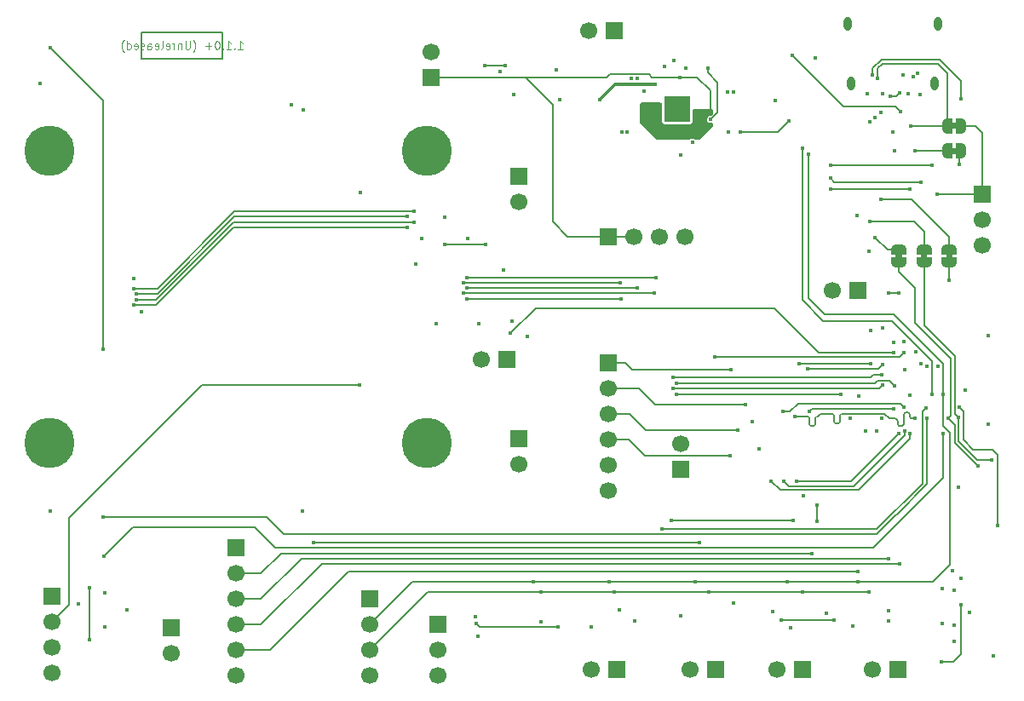
<source format=gbr>
%TF.GenerationSoftware,KiCad,Pcbnew,9.0.6+1*%
%TF.CreationDate,2025-12-18T09:31:28+00:00*%
%TF.ProjectId,ZSWatch-Watch-DevKit,5a535761-7463-4682-9d57-617463682d44,1.1.0+ (Unreleased)*%
%TF.SameCoordinates,Original*%
%TF.FileFunction,Copper,L4,Bot*%
%TF.FilePolarity,Positive*%
%FSLAX46Y46*%
G04 Gerber Fmt 4.6, Leading zero omitted, Abs format (unit mm)*
G04 Created by KiCad (PCBNEW 9.0.6+1) date 2025-12-18 09:31:28*
%MOMM*%
%LPD*%
G01*
G04 APERTURE LIST*
G04 Aperture macros list*
%AMFreePoly0*
4,1,23,0.500000,-0.750000,0.000000,-0.750000,0.000000,-0.745722,-0.065263,-0.745722,-0.191342,-0.711940,-0.304381,-0.646677,-0.396677,-0.554381,-0.461940,-0.441342,-0.495722,-0.315263,-0.495722,-0.250000,-0.500000,-0.250000,-0.500000,0.250000,-0.495722,0.250000,-0.495722,0.315263,-0.461940,0.441342,-0.396677,0.554381,-0.304381,0.646677,-0.191342,0.711940,-0.065263,0.745722,0.000000,0.745722,
0.000000,0.750000,0.500000,0.750000,0.500000,-0.750000,0.500000,-0.750000,$1*%
%AMFreePoly1*
4,1,23,0.000000,0.745722,0.065263,0.745722,0.191342,0.711940,0.304381,0.646677,0.396677,0.554381,0.461940,0.441342,0.495722,0.315263,0.495722,0.250000,0.500000,0.250000,0.500000,-0.250000,0.495722,-0.250000,0.495722,-0.315263,0.461940,-0.441342,0.396677,-0.554381,0.304381,-0.646677,0.191342,-0.711940,0.065263,-0.745722,0.000000,-0.745722,0.000000,-0.750000,-0.500000,-0.750000,
-0.500000,0.750000,0.000000,0.750000,0.000000,0.745722,0.000000,0.745722,$1*%
G04 Aperture macros list end*
%TA.AperFunction,NonConductor*%
%ADD10C,0.200000*%
%TD*%
%ADD11C,0.120000*%
%TA.AperFunction,NonConductor*%
%ADD12C,0.120000*%
%TD*%
%TA.AperFunction,EtchedComponent*%
%ADD13C,0.000000*%
%TD*%
%TA.AperFunction,ComponentPad*%
%ADD14R,1.700000X1.700000*%
%TD*%
%TA.AperFunction,ComponentPad*%
%ADD15C,1.700000*%
%TD*%
%TA.AperFunction,ComponentPad*%
%ADD16C,0.500000*%
%TD*%
%TA.AperFunction,SMDPad,CuDef*%
%ADD17R,2.500000X2.500000*%
%TD*%
%TA.AperFunction,ComponentPad*%
%ADD18C,2.900000*%
%TD*%
%TA.AperFunction,ConnectorPad*%
%ADD19C,5.000000*%
%TD*%
%TA.AperFunction,HeatsinkPad*%
%ADD20O,0.800000X1.400000*%
%TD*%
%TA.AperFunction,SMDPad,CuDef*%
%ADD21FreePoly0,0.000000*%
%TD*%
%TA.AperFunction,SMDPad,CuDef*%
%ADD22FreePoly1,0.000000*%
%TD*%
%TA.AperFunction,SMDPad,CuDef*%
%ADD23FreePoly0,270.000000*%
%TD*%
%TA.AperFunction,SMDPad,CuDef*%
%ADD24FreePoly1,270.000000*%
%TD*%
%TA.AperFunction,ViaPad*%
%ADD25C,0.450000*%
%TD*%
%TA.AperFunction,Conductor*%
%ADD26C,0.200000*%
%TD*%
%TA.AperFunction,Conductor*%
%ADD27C,0.170000*%
%TD*%
%TA.AperFunction,Conductor*%
%ADD28C,0.127000*%
%TD*%
%TA.AperFunction,Conductor*%
%ADD29C,0.300000*%
%TD*%
G04 APERTURE END LIST*
D10*
X172100000Y-116200000D02*
X180200000Y-116200000D01*
X180200000Y-118800000D01*
X172100000Y-118800000D01*
X172100000Y-116200000D01*
D11*
D12*
X181711904Y-117863855D02*
X182169047Y-117863855D01*
X181940475Y-117863855D02*
X181940475Y-117063855D01*
X181940475Y-117063855D02*
X182016666Y-117178140D01*
X182016666Y-117178140D02*
X182092856Y-117254331D01*
X182092856Y-117254331D02*
X182169047Y-117292426D01*
X181369046Y-117787664D02*
X181330951Y-117825760D01*
X181330951Y-117825760D02*
X181369046Y-117863855D01*
X181369046Y-117863855D02*
X181407142Y-117825760D01*
X181407142Y-117825760D02*
X181369046Y-117787664D01*
X181369046Y-117787664D02*
X181369046Y-117863855D01*
X180569047Y-117863855D02*
X181026190Y-117863855D01*
X180797618Y-117863855D02*
X180797618Y-117063855D01*
X180797618Y-117063855D02*
X180873809Y-117178140D01*
X180873809Y-117178140D02*
X180949999Y-117254331D01*
X180949999Y-117254331D02*
X181026190Y-117292426D01*
X180226189Y-117787664D02*
X180188094Y-117825760D01*
X180188094Y-117825760D02*
X180226189Y-117863855D01*
X180226189Y-117863855D02*
X180264285Y-117825760D01*
X180264285Y-117825760D02*
X180226189Y-117787664D01*
X180226189Y-117787664D02*
X180226189Y-117863855D01*
X179692856Y-117063855D02*
X179616666Y-117063855D01*
X179616666Y-117063855D02*
X179540475Y-117101950D01*
X179540475Y-117101950D02*
X179502380Y-117140045D01*
X179502380Y-117140045D02*
X179464285Y-117216236D01*
X179464285Y-117216236D02*
X179426190Y-117368617D01*
X179426190Y-117368617D02*
X179426190Y-117559093D01*
X179426190Y-117559093D02*
X179464285Y-117711474D01*
X179464285Y-117711474D02*
X179502380Y-117787664D01*
X179502380Y-117787664D02*
X179540475Y-117825760D01*
X179540475Y-117825760D02*
X179616666Y-117863855D01*
X179616666Y-117863855D02*
X179692856Y-117863855D01*
X179692856Y-117863855D02*
X179769047Y-117825760D01*
X179769047Y-117825760D02*
X179807142Y-117787664D01*
X179807142Y-117787664D02*
X179845237Y-117711474D01*
X179845237Y-117711474D02*
X179883333Y-117559093D01*
X179883333Y-117559093D02*
X179883333Y-117368617D01*
X179883333Y-117368617D02*
X179845237Y-117216236D01*
X179845237Y-117216236D02*
X179807142Y-117140045D01*
X179807142Y-117140045D02*
X179769047Y-117101950D01*
X179769047Y-117101950D02*
X179692856Y-117063855D01*
X179083332Y-117559093D02*
X178473809Y-117559093D01*
X178778570Y-117863855D02*
X178778570Y-117254331D01*
X177254761Y-118168617D02*
X177292856Y-118130521D01*
X177292856Y-118130521D02*
X177369047Y-118016236D01*
X177369047Y-118016236D02*
X177407142Y-117940045D01*
X177407142Y-117940045D02*
X177445237Y-117825760D01*
X177445237Y-117825760D02*
X177483332Y-117635283D01*
X177483332Y-117635283D02*
X177483332Y-117482902D01*
X177483332Y-117482902D02*
X177445237Y-117292426D01*
X177445237Y-117292426D02*
X177407142Y-117178140D01*
X177407142Y-117178140D02*
X177369047Y-117101950D01*
X177369047Y-117101950D02*
X177292856Y-116987664D01*
X177292856Y-116987664D02*
X177254761Y-116949569D01*
X176949999Y-117063855D02*
X176949999Y-117711474D01*
X176949999Y-117711474D02*
X176911904Y-117787664D01*
X176911904Y-117787664D02*
X176873809Y-117825760D01*
X176873809Y-117825760D02*
X176797618Y-117863855D01*
X176797618Y-117863855D02*
X176645237Y-117863855D01*
X176645237Y-117863855D02*
X176569047Y-117825760D01*
X176569047Y-117825760D02*
X176530952Y-117787664D01*
X176530952Y-117787664D02*
X176492856Y-117711474D01*
X176492856Y-117711474D02*
X176492856Y-117063855D01*
X176111904Y-117330521D02*
X176111904Y-117863855D01*
X176111904Y-117406712D02*
X176073809Y-117368617D01*
X176073809Y-117368617D02*
X175997619Y-117330521D01*
X175997619Y-117330521D02*
X175883333Y-117330521D01*
X175883333Y-117330521D02*
X175807142Y-117368617D01*
X175807142Y-117368617D02*
X175769047Y-117444807D01*
X175769047Y-117444807D02*
X175769047Y-117863855D01*
X175388094Y-117863855D02*
X175388094Y-117330521D01*
X175388094Y-117482902D02*
X175349999Y-117406712D01*
X175349999Y-117406712D02*
X175311904Y-117368617D01*
X175311904Y-117368617D02*
X175235713Y-117330521D01*
X175235713Y-117330521D02*
X175159523Y-117330521D01*
X174588094Y-117825760D02*
X174664285Y-117863855D01*
X174664285Y-117863855D02*
X174816666Y-117863855D01*
X174816666Y-117863855D02*
X174892856Y-117825760D01*
X174892856Y-117825760D02*
X174930952Y-117749569D01*
X174930952Y-117749569D02*
X174930952Y-117444807D01*
X174930952Y-117444807D02*
X174892856Y-117368617D01*
X174892856Y-117368617D02*
X174816666Y-117330521D01*
X174816666Y-117330521D02*
X174664285Y-117330521D01*
X174664285Y-117330521D02*
X174588094Y-117368617D01*
X174588094Y-117368617D02*
X174549999Y-117444807D01*
X174549999Y-117444807D02*
X174549999Y-117520998D01*
X174549999Y-117520998D02*
X174930952Y-117597188D01*
X174092857Y-117863855D02*
X174169047Y-117825760D01*
X174169047Y-117825760D02*
X174207142Y-117749569D01*
X174207142Y-117749569D02*
X174207142Y-117063855D01*
X173483332Y-117825760D02*
X173559523Y-117863855D01*
X173559523Y-117863855D02*
X173711904Y-117863855D01*
X173711904Y-117863855D02*
X173788094Y-117825760D01*
X173788094Y-117825760D02*
X173826190Y-117749569D01*
X173826190Y-117749569D02*
X173826190Y-117444807D01*
X173826190Y-117444807D02*
X173788094Y-117368617D01*
X173788094Y-117368617D02*
X173711904Y-117330521D01*
X173711904Y-117330521D02*
X173559523Y-117330521D01*
X173559523Y-117330521D02*
X173483332Y-117368617D01*
X173483332Y-117368617D02*
X173445237Y-117444807D01*
X173445237Y-117444807D02*
X173445237Y-117520998D01*
X173445237Y-117520998D02*
X173826190Y-117597188D01*
X172759523Y-117863855D02*
X172759523Y-117444807D01*
X172759523Y-117444807D02*
X172797618Y-117368617D01*
X172797618Y-117368617D02*
X172873809Y-117330521D01*
X172873809Y-117330521D02*
X173026190Y-117330521D01*
X173026190Y-117330521D02*
X173102380Y-117368617D01*
X172759523Y-117825760D02*
X172835714Y-117863855D01*
X172835714Y-117863855D02*
X173026190Y-117863855D01*
X173026190Y-117863855D02*
X173102380Y-117825760D01*
X173102380Y-117825760D02*
X173140476Y-117749569D01*
X173140476Y-117749569D02*
X173140476Y-117673379D01*
X173140476Y-117673379D02*
X173102380Y-117597188D01*
X173102380Y-117597188D02*
X173026190Y-117559093D01*
X173026190Y-117559093D02*
X172835714Y-117559093D01*
X172835714Y-117559093D02*
X172759523Y-117520998D01*
X172416666Y-117825760D02*
X172340475Y-117863855D01*
X172340475Y-117863855D02*
X172188094Y-117863855D01*
X172188094Y-117863855D02*
X172111904Y-117825760D01*
X172111904Y-117825760D02*
X172073808Y-117749569D01*
X172073808Y-117749569D02*
X172073808Y-117711474D01*
X172073808Y-117711474D02*
X172111904Y-117635283D01*
X172111904Y-117635283D02*
X172188094Y-117597188D01*
X172188094Y-117597188D02*
X172302380Y-117597188D01*
X172302380Y-117597188D02*
X172378570Y-117559093D01*
X172378570Y-117559093D02*
X172416666Y-117482902D01*
X172416666Y-117482902D02*
X172416666Y-117444807D01*
X172416666Y-117444807D02*
X172378570Y-117368617D01*
X172378570Y-117368617D02*
X172302380Y-117330521D01*
X172302380Y-117330521D02*
X172188094Y-117330521D01*
X172188094Y-117330521D02*
X172111904Y-117368617D01*
X171426189Y-117825760D02*
X171502380Y-117863855D01*
X171502380Y-117863855D02*
X171654761Y-117863855D01*
X171654761Y-117863855D02*
X171730951Y-117825760D01*
X171730951Y-117825760D02*
X171769047Y-117749569D01*
X171769047Y-117749569D02*
X171769047Y-117444807D01*
X171769047Y-117444807D02*
X171730951Y-117368617D01*
X171730951Y-117368617D02*
X171654761Y-117330521D01*
X171654761Y-117330521D02*
X171502380Y-117330521D01*
X171502380Y-117330521D02*
X171426189Y-117368617D01*
X171426189Y-117368617D02*
X171388094Y-117444807D01*
X171388094Y-117444807D02*
X171388094Y-117520998D01*
X171388094Y-117520998D02*
X171769047Y-117597188D01*
X170702380Y-117863855D02*
X170702380Y-117063855D01*
X170702380Y-117825760D02*
X170778571Y-117863855D01*
X170778571Y-117863855D02*
X170930952Y-117863855D01*
X170930952Y-117863855D02*
X171007142Y-117825760D01*
X171007142Y-117825760D02*
X171045237Y-117787664D01*
X171045237Y-117787664D02*
X171083333Y-117711474D01*
X171083333Y-117711474D02*
X171083333Y-117482902D01*
X171083333Y-117482902D02*
X171045237Y-117406712D01*
X171045237Y-117406712D02*
X171007142Y-117368617D01*
X171007142Y-117368617D02*
X170930952Y-117330521D01*
X170930952Y-117330521D02*
X170778571Y-117330521D01*
X170778571Y-117330521D02*
X170702380Y-117368617D01*
X170397618Y-118168617D02*
X170359523Y-118130521D01*
X170359523Y-118130521D02*
X170283332Y-118016236D01*
X170283332Y-118016236D02*
X170245237Y-117940045D01*
X170245237Y-117940045D02*
X170207142Y-117825760D01*
X170207142Y-117825760D02*
X170169046Y-117635283D01*
X170169046Y-117635283D02*
X170169046Y-117482902D01*
X170169046Y-117482902D02*
X170207142Y-117292426D01*
X170207142Y-117292426D02*
X170245237Y-117178140D01*
X170245237Y-117178140D02*
X170283332Y-117101950D01*
X170283332Y-117101950D02*
X170359523Y-116987664D01*
X170359523Y-116987664D02*
X170397618Y-116949569D01*
D13*
%TA.AperFunction,EtchedComponent*%
%TO.C,JP605*%
G36*
X253150000Y-128300000D02*
G01*
X252650000Y-128300000D01*
X252650000Y-127700000D01*
X253150000Y-127700000D01*
X253150000Y-128300000D01*
G37*
%TD.AperFunction*%
%TA.AperFunction,EtchedComponent*%
%TO.C,JP602*%
G36*
X250200000Y-138700000D02*
G01*
X249600000Y-138700000D01*
X249600000Y-138200000D01*
X250200000Y-138200000D01*
X250200000Y-138700000D01*
G37*
%TD.AperFunction*%
%TA.AperFunction,EtchedComponent*%
%TO.C,JP604*%
G36*
X253150000Y-125800000D02*
G01*
X252650000Y-125800000D01*
X252650000Y-125200000D01*
X253150000Y-125200000D01*
X253150000Y-125800000D01*
G37*
%TD.AperFunction*%
%TA.AperFunction,EtchedComponent*%
%TO.C,JP603*%
G36*
X252700000Y-138700000D02*
G01*
X252100000Y-138700000D01*
X252100000Y-138200000D01*
X252700000Y-138200000D01*
X252700000Y-138700000D01*
G37*
%TD.AperFunction*%
%TA.AperFunction,EtchedComponent*%
%TO.C,JP601*%
G36*
X247700000Y-138700000D02*
G01*
X247100000Y-138700000D01*
X247100000Y-138200000D01*
X247700000Y-138200000D01*
X247700000Y-138700000D01*
G37*
%TD.AperFunction*%
%TD*%
D14*
%TO.P,X508,1,Pin_1*%
%TO.N,/Project Architecture/Power Management/VSYS*%
X200900000Y-120700000D03*
D15*
%TO.P,X508,2,Pin_2*%
%TO.N,Net-(IC505-VDD)*%
X200900000Y-118160000D03*
%TD*%
D16*
%TO.P,IC401,33,GND*%
%TO.N,GND*%
X224387790Y-122830400D03*
X224387790Y-123830400D03*
X224387790Y-124830400D03*
X225387790Y-122830400D03*
X225387790Y-123830400D03*
D17*
X225387790Y-123830400D03*
D16*
X225387790Y-124830400D03*
X226387790Y-122830400D03*
X226387790Y-123830400D03*
X226387790Y-124830400D03*
%TD*%
D14*
%TO.P,X503,1,Pin_1*%
%TO.N,/Project Architecture/Peripherals/VMIC*%
X175100000Y-175400000D03*
D15*
%TO.P,X503,2,Pin_2*%
%TO.N,Net-(MK501-VDD)*%
X175100000Y-177940000D03*
%TD*%
D18*
%TO.P,REF\u002A\u002A,1*%
%TO.N,N/C*%
X200500000Y-157000000D03*
D19*
X200500000Y-157000000D03*
%TD*%
D14*
%TO.P,X610,1,Pin_1*%
%TO.N,+3V0*%
X209600000Y-156600000D03*
D15*
%TO.P,X610,2,Pin_2*%
%TO.N,Net-(X608-LEDA1)*%
X209600000Y-159140000D03*
%TD*%
D14*
%TO.P,X403,1,Pin_1*%
%TO.N,+1V8*%
X163200000Y-172220000D03*
D15*
%TO.P,X403,2,Pin_2*%
%TO.N,+3V0*%
X163200000Y-174760000D03*
%TO.P,X403,3,Pin_3*%
%TO.N,/Project Architecture/Power Management/VSYS*%
X163200000Y-177300000D03*
%TO.P,X403,4,Pin_4*%
%TO.N,GND*%
X163200000Y-179840000D03*
%TD*%
D14*
%TO.P,X504,1,Pin_1*%
%TO.N,+1V8*%
X194800000Y-172490000D03*
D15*
%TO.P,X504,2,Pin_2*%
%TO.N,/Project Architecture/MCU/SDA*%
X194800000Y-175030000D03*
%TO.P,X504,3,Pin_3*%
%TO.N,/Project Architecture/MCU/SCL*%
X194800000Y-177570000D03*
%TO.P,X504,4,Pin_4*%
%TO.N,GND*%
X194800000Y-180110000D03*
%TD*%
D14*
%TO.P,X606,1,Pin_1*%
%TO.N,+1V8*%
X225700000Y-159640000D03*
D15*
%TO.P,X606,2,Pin_2*%
%TO.N,Net-(IC603-VCC)*%
X225700000Y-157100000D03*
%TD*%
D14*
%TO.P,X401,1,Pin_1*%
%TO.N,/Project Architecture/Peripherals/VBAT*%
X219100000Y-116000000D03*
D15*
%TO.P,X401,2,Pin_2*%
%TO.N,GND*%
X216560000Y-116000000D03*
%TD*%
D14*
%TO.P,X501,1,Pin_1*%
%TO.N,+1V8*%
X229200000Y-179500000D03*
D15*
%TO.P,X501,2,Pin_2*%
%TO.N,Net-(IC501-VDD)*%
X226660000Y-179500000D03*
%TD*%
D14*
%TO.P,X502,1,Pin_1*%
%TO.N,+1V8*%
X181500000Y-167460000D03*
D15*
%TO.P,X502,2,Pin_2*%
%TO.N,/Project Architecture/MCU/MCLK*%
X181500000Y-170000000D03*
%TO.P,X502,3,Pin_3*%
%TO.N,/Project Architecture/MCU/WS*%
X181500000Y-172540000D03*
%TO.P,X502,4,Pin_4*%
%TO.N,/Project Architecture/MCU/Data*%
X181500000Y-175080000D03*
%TO.P,X502,5,Pin_5*%
%TO.N,/Project Architecture/MCU/GPIO*%
X181500000Y-177620000D03*
%TO.P,X502,6,Pin_6*%
%TO.N,GND*%
X181500000Y-180160000D03*
%TD*%
D14*
%TO.P,X506,1,Pin_1*%
%TO.N,+1V8*%
X237840000Y-179500000D03*
D15*
%TO.P,X506,2,Pin_2*%
%TO.N,Net-(IC503-VDD)*%
X235300000Y-179500000D03*
%TD*%
D14*
%TO.P,X607,1,Pin_1*%
%TO.N,+1V8*%
X209600000Y-130525000D03*
D15*
%TO.P,X607,2,Pin_2*%
%TO.N,Net-(X607-Pin_2)*%
X209600000Y-133065000D03*
%TD*%
D14*
%TO.P,X505,1,Pin_1*%
%TO.N,+1V8*%
X219340000Y-179500000D03*
D15*
%TO.P,X505,2,Pin_2*%
%TO.N,Net-(IC502-VDD)*%
X216800000Y-179500000D03*
%TD*%
D14*
%TO.P,X604,1,Pin_1*%
%TO.N,TxD*%
X255700000Y-132270000D03*
D15*
%TO.P,X604,2,Pin_2*%
%TO.N,RxD*%
X255700000Y-134810000D03*
%TO.P,X604,3,Pin_3*%
%TO.N,GND*%
X255700000Y-137350000D03*
%TD*%
D14*
%TO.P,X507,1,Pin_1*%
%TO.N,+1V8*%
X247300000Y-179500000D03*
D15*
%TO.P,X507,2,Pin_2*%
%TO.N,Net-(IC504-VDD)*%
X244760000Y-179500000D03*
%TD*%
D20*
%TO.P,X603,S1,SHIELD*%
%TO.N,GND*%
X251290000Y-115360000D03*
X250930000Y-121310000D03*
X242670000Y-121310000D03*
X242310000Y-115360000D03*
%TD*%
D14*
%TO.P,X609,1,Pin_1*%
%TO.N,+3V0*%
X208475000Y-148700000D03*
D15*
%TO.P,X609,2,Pin_2*%
%TO.N,Net-(X608-CTP-VDD)*%
X205935000Y-148700000D03*
%TD*%
D14*
%TO.P,X404,1,Pin_1*%
%TO.N,/Project Architecture/Power Management/VSYS*%
X218500000Y-136500000D03*
D15*
%TO.P,X404,2,Pin_2*%
X221040000Y-136500000D03*
%TO.P,X404,3,Pin_3*%
%TO.N,GND*%
X223580000Y-136500000D03*
%TO.P,X404,4,Pin_4*%
X226120000Y-136500000D03*
%TD*%
D18*
%TO.P,REF\u002A\u002A,1*%
%TO.N,N/C*%
X163000000Y-157000000D03*
D19*
X163000000Y-157000000D03*
%TD*%
D18*
%TO.P,REF\u002A\u002A,1*%
%TO.N,N/C*%
X200500000Y-128000000D03*
D19*
X200500000Y-128000000D03*
%TD*%
D14*
%TO.P,X510,1,Pin_1*%
%TO.N,/Project Architecture/Peripherals/VBAT*%
X201600000Y-175020000D03*
D15*
%TO.P,X510,2,Pin_2*%
%TO.N,Net-(IC507-V_{DD})*%
X201600000Y-177560000D03*
%TO.P,X510,3,Pin_3*%
%TO.N,/Project Architecture/Power Management/VSYS*%
X201600000Y-180100000D03*
%TD*%
D14*
%TO.P,X605,1,Pin_1*%
%TO.N,Net-(M601B-P0.22)*%
X218500000Y-149050000D03*
D15*
%TO.P,X605,2,Pin_2*%
%TO.N,Net-(M601B-P0.05{slash}AIN1)*%
X218500000Y-151590000D03*
%TO.P,X605,3,Pin_3*%
%TO.N,Net-(M601B-P0.04{slash}AIN0)*%
X218500000Y-154130000D03*
%TO.P,X605,4,Pin_4*%
%TO.N,Net-(M601C-P1.14)*%
X218500000Y-156670000D03*
%TO.P,X605,5,Pin_5*%
%TO.N,GND*%
X218500000Y-159210000D03*
%TO.P,X605,6,Pin_6*%
%TO.N,+1V8*%
X218500000Y-161750000D03*
%TD*%
D18*
%TO.P,REF\u002A\u002A,1*%
%TO.N,N/C*%
X163000000Y-128000000D03*
D19*
X163000000Y-128000000D03*
%TD*%
D14*
%TO.P,X602,1,Pin_1*%
%TO.N,+1V8*%
X243300000Y-141900000D03*
D15*
%TO.P,X602,2,Pin_2*%
%TO.N,Net-(M601A-VDDH)*%
X240760000Y-141900000D03*
%TD*%
D21*
%TO.P,JP605,1,A*%
%TO.N,Net-(JP605-A)*%
X252250000Y-128000000D03*
D22*
%TO.P,JP605,2,B*%
%TO.N,RxD*%
X253550000Y-128000000D03*
%TD*%
D23*
%TO.P,JP602,1,A*%
%TO.N,Net-(JP602-A)*%
X249900000Y-137800000D03*
D24*
%TO.P,JP602,2,B*%
%TO.N,SWDCLK*%
X249900000Y-139100000D03*
%TD*%
D21*
%TO.P,JP604,1,A*%
%TO.N,Net-(JP604-A)*%
X252250000Y-125500000D03*
D22*
%TO.P,JP604,2,B*%
%TO.N,TxD*%
X253550000Y-125500000D03*
%TD*%
D23*
%TO.P,JP603,1,A*%
%TO.N,Net-(JP603-A)*%
X252400000Y-137800000D03*
D24*
%TO.P,JP603,2,B*%
%TO.N,RESETn*%
X252400000Y-139100000D03*
%TD*%
D23*
%TO.P,JP601,1,A*%
%TO.N,Net-(JP601-A)*%
X247400000Y-137800000D03*
D24*
%TO.P,JP601,2,B*%
%TO.N,SWDIO*%
X247400000Y-139100000D03*
%TD*%
D25*
%TO.N,GND*%
X224100000Y-119600000D03*
X202295000Y-134600000D03*
X219600000Y-173600000D03*
X225700000Y-128380000D03*
X168485000Y-175300000D03*
X165900000Y-173020000D03*
X252900000Y-171625000D03*
X168485000Y-171900000D03*
X230390620Y-122145000D03*
X170700000Y-173575000D03*
X232800000Y-154880000D03*
X205600000Y-176220000D03*
X242800000Y-175200000D03*
X163100000Y-163750000D03*
X236620000Y-175400000D03*
X171347500Y-140700000D03*
X252900000Y-176775000D03*
X211800000Y-174774531D03*
X244600000Y-145825000D03*
X240200000Y-173975000D03*
X248000000Y-149700000D03*
X222063600Y-122063400D03*
X244100000Y-155800000D03*
X220387200Y-126138400D03*
X254000003Y-151800000D03*
X249550000Y-122400000D03*
X243275000Y-134400000D03*
X251700000Y-171500000D03*
X246400000Y-173700000D03*
X246800000Y-126100000D03*
X207800000Y-120120000D03*
X172147500Y-144000000D03*
X210500000Y-146400000D03*
X220793600Y-120819400D03*
X231000000Y-172900000D03*
X230990620Y-122145000D03*
X162025000Y-121325000D03*
X253300000Y-161390000D03*
X244300000Y-122300000D03*
X230479410Y-126138400D03*
X209100000Y-122350000D03*
X188100000Y-163750000D03*
X205700000Y-145137500D03*
X221180000Y-174680000D03*
X234845000Y-173755000D03*
X226200000Y-119800000D03*
X246400000Y-174700000D03*
X219879410Y-126138400D03*
X199987500Y-136700000D03*
X221428600Y-120819400D03*
X204587500Y-136700000D03*
X208980000Y-144900000D03*
X256300000Y-146350003D03*
X216832500Y-175332500D03*
X256300000Y-155150003D03*
X205355000Y-174265000D03*
X201400000Y-145137500D03*
X252900000Y-175125000D03*
X256800000Y-178200000D03*
X237900000Y-162250000D03*
X225700000Y-174200000D03*
X233500000Y-157650000D03*
X251690000Y-175000000D03*
X187025000Y-123400000D03*
%TO.N,/Project Architecture/Peripherals/VBAT*%
X228400000Y-119800000D03*
X228677316Y-124869129D03*
%TO.N,DISPLAY-BLK*%
X208812500Y-146087500D03*
X246881356Y-148023305D03*
%TO.N,QSPI-CS*%
X248500002Y-156100000D03*
X234700000Y-160800000D03*
%TO.N,QSPI-IO1*%
X247974002Y-155800000D03*
X236000000Y-160800000D03*
%TO.N,QSPI-IO2*%
X247400000Y-156100000D03*
X237200000Y-160800000D03*
%TO.N,QSPI-IO0*%
X238500000Y-153900000D03*
X246913051Y-153593475D03*
%TO.N,QSPI-CLK*%
X249044952Y-154600003D03*
X237081000Y-154351000D03*
%TO.N,QSPI-IO3*%
X247944949Y-153499999D03*
X235860000Y-153900000D03*
%TO.N,TOUCH-INT*%
X225000000Y-151600000D03*
X245750000Y-151294951D03*
%TO.N,TOUCH-SCL*%
X225300000Y-151100000D03*
X247000000Y-151325003D03*
%TO.N,TOUCH-SDA*%
X245744949Y-150200001D03*
X225000000Y-150500000D03*
%TO.N,TOUCH-RST*%
X229100000Y-148500000D03*
X247944951Y-148000000D03*
%TO.N,TOUCH-EN*%
X202295000Y-137300000D03*
X241600000Y-152200000D03*
X225300000Y-152200000D03*
X206300000Y-137300000D03*
%TO.N,RESETn*%
X244400000Y-137950000D03*
X253418644Y-153476695D03*
X252400000Y-140850000D03*
X257200000Y-165200000D03*
%TO.N,DISPLAY-CS*%
X204100000Y-141100000D03*
X219700000Y-141100000D03*
X243400000Y-152400000D03*
%TO.N,DISPLAY-CLK*%
X221400000Y-141600000D03*
X245200000Y-155800000D03*
X204500000Y-141600000D03*
%TO.N,+3V0*%
X224800000Y-164700000D03*
X208100000Y-139800000D03*
X236900000Y-164700000D03*
X199362500Y-139200000D03*
X254400000Y-173900000D03*
X213400000Y-119900000D03*
X193800000Y-151300000D03*
X213700000Y-122900000D03*
%TO.N,/Project Architecture/Power Management/VSYS*%
X228679410Y-124076400D03*
X225637790Y-120662210D03*
X222079410Y-123580400D03*
X231646620Y-126100000D03*
X236500000Y-125000000D03*
X252769644Y-169700000D03*
%TO.N,DISPLAY-DC*%
X219800000Y-142700000D03*
X242600000Y-154600000D03*
X204500000Y-142700000D03*
%TO.N,DISPLAY-RST*%
X223300000Y-140600000D03*
X204500000Y-140600000D03*
%TO.N,DISPLAY-DATA*%
X204100000Y-142100000D03*
X245744950Y-154600001D03*
X223100000Y-142100000D03*
%TO.N,/Project Architecture/MCU/PMIC-INT*%
X250700000Y-129400000D03*
X240600000Y-129400000D03*
%TO.N,/Project Architecture/MCU/USB-CC1*%
X236800000Y-118500000D03*
X247548187Y-124100000D03*
%TO.N,/Project Architecture/MCU/SW2*%
X227600000Y-166900000D03*
X189200000Y-166900000D03*
X226900000Y-127100000D03*
%TO.N,/Project Architecture/MCU/SDA*%
X236312500Y-170800000D03*
X251800000Y-152200000D03*
X243300000Y-170800000D03*
X227200000Y-170800000D03*
X238400000Y-128300000D03*
X218600000Y-170800000D03*
X211075000Y-170800000D03*
%TO.N,/Project Architecture/MCU/SCL*%
X244400000Y-171800000D03*
X211800000Y-171800000D03*
X237812500Y-171800000D03*
X250700000Y-152200000D03*
X228500000Y-171800000D03*
X219100000Y-171800000D03*
X237800000Y-127700000D03*
%TO.N,/Project Architecture/MCU/~{RTC-INT}*%
X205420000Y-175000000D03*
X213500000Y-175300000D03*
%TO.N,SWDCLK*%
X256600000Y-158700000D03*
X253325000Y-154475000D03*
%TO.N,SWDIO*%
X252318644Y-154576695D03*
X255300000Y-159300000D03*
%TO.N,/Project Architecture/MCU/BMI270-INT*%
X239300000Y-163200000D03*
X239300000Y-164800000D03*
%TO.N,/Project Architecture/MCU/LIS2MDL-INT*%
X248500000Y-152300000D03*
X235700000Y-174600000D03*
X241000000Y-174600000D03*
%TO.N,/Project Architecture/MCU/VIB-PWM*%
X240600000Y-130700000D03*
X249600000Y-131100000D03*
%TO.N,USB-D-*%
X247400000Y-142100000D03*
X246400000Y-142100000D03*
%TO.N,/Project Architecture/MCU/VIB-EN*%
X240600000Y-131800000D03*
X248500000Y-131800000D03*
%TO.N,TxD*%
X251226000Y-132270000D03*
%TO.N,/Project Architecture/MCU/D-*%
X247500000Y-122200000D03*
X246550000Y-122565184D03*
%TO.N,/Project Architecture/MCU/USB-VBUS-In*%
X251650000Y-178800000D03*
X235112500Y-122987500D03*
X239100000Y-118775000D03*
X253550000Y-173100000D03*
X253550000Y-170500000D03*
X247000000Y-128000000D03*
%TO.N,RxD*%
X253412500Y-129300000D03*
%TO.N,/Project Architecture/MCU/SW1*%
X188200000Y-123900000D03*
X223900000Y-165600000D03*
X250150000Y-153505049D03*
%TO.N,/Project Architecture/MCU/Data*%
X247500000Y-169000000D03*
X251300000Y-149400000D03*
%TO.N,/Project Architecture/MCU/SW4*%
X250181356Y-154576695D03*
X168300000Y-164400000D03*
X168300000Y-147700000D03*
X163100000Y-117750000D03*
%TO.N,/Project Architecture/MCU/SW3*%
X251800000Y-156100000D03*
X168400000Y-168250000D03*
%TO.N,/Project Architecture/MCU/MIC-CLK*%
X238300000Y-149650000D03*
X245813051Y-149193475D03*
%TO.N,/Project Architecture/MCU/WS*%
X246400000Y-168500000D03*
X250200000Y-149400000D03*
%TO.N,/Project Architecture/MCU/MIC-DATA*%
X244644950Y-149100001D03*
X167000000Y-176600000D03*
X167000000Y-171400000D03*
X237500000Y-149100000D03*
%TO.N,/Project Architecture/MCU/MCLK*%
X238800000Y-168000000D03*
X249600000Y-149100000D03*
%TO.N,Net-(IC604-B1)*%
X171347500Y-143300000D03*
X198587500Y-135600000D03*
%TO.N,Net-(IC604-B3)*%
X171647500Y-142200000D03*
X198587500Y-134500000D03*
%TO.N,Net-(IC604-B2)*%
X171647500Y-142800000D03*
X199187500Y-135100000D03*
%TO.N,Net-(IC604-B4)*%
X171347500Y-141700000D03*
X199187500Y-134000000D03*
%TO.N,Net-(M601C-P1.14)*%
X249081356Y-147976695D03*
X230600000Y-158300000D03*
%TO.N,Net-(M601B-P0.05{slash}AIN1)*%
X247944950Y-146900001D03*
X232200000Y-153220000D03*
%TO.N,Net-(M601B-P0.04{slash}AIN0)*%
X246913051Y-146993475D03*
X231400000Y-155760000D03*
%TO.N,Net-(M601B-P0.22)*%
X245774000Y-145600000D03*
X230700000Y-149700000D03*
%TO.N,Net-(X608-CTP-VDD)*%
X193900000Y-132100000D03*
%TO.N,Net-(IC505-VDD)*%
X206275000Y-119500000D03*
X208280000Y-119500000D03*
%TO.N,Net-(IC401-VOUT2)*%
X223206600Y-121380400D03*
X217697000Y-122900000D03*
%TO.N,/Project Architecture/Peripherals/VMIC*%
X225060000Y-119000000D03*
%TO.N,/Project Architecture/MCU/GPIO*%
X243300000Y-169800000D03*
%TO.N,Net-(JP601-A)*%
X245050000Y-124650000D03*
X248800000Y-120600000D03*
X245050000Y-136575000D03*
%TO.N,Net-(JP602-A)*%
X249300000Y-120300000D03*
X244550000Y-135000000D03*
X244550000Y-125100000D03*
%TO.N,Net-(JP603-A)*%
X245600000Y-132800000D03*
X247800000Y-120400000D03*
X245600000Y-124200000D03*
%TO.N,Net-(JP604-A)*%
X248550000Y-125500000D03*
X245300000Y-120800000D03*
%TO.N,Net-(JP605-A)*%
X249050000Y-128000000D03*
X244800000Y-120400000D03*
X253600000Y-122800000D03*
%TO.N,Net-(R603-Pad1)*%
X248300000Y-122300000D03*
X245800000Y-122300000D03*
%TD*%
D26*
%TO.N,/Project Architecture/Peripherals/VBAT*%
X228400000Y-120200000D02*
X229400000Y-121200000D01*
X229400000Y-124146445D02*
X228677316Y-124869129D01*
X228400000Y-119800000D02*
X228400000Y-120200000D01*
X229400000Y-121200000D02*
X229400000Y-124146445D01*
%TO.N,DISPLAY-BLK*%
X208812500Y-146087500D02*
X211300000Y-143600000D01*
X235000000Y-143600000D02*
X239423305Y-148023305D01*
X211300000Y-143600000D02*
X235000000Y-143600000D01*
X239423305Y-148023305D02*
X246881356Y-148023305D01*
%TO.N,QSPI-CS*%
X248500002Y-156599998D02*
X243400000Y-161700000D01*
X248500002Y-156100000D02*
X248500002Y-156599998D01*
X243400000Y-161700000D02*
X235600000Y-161700000D01*
X235600000Y-161700000D02*
X234700000Y-160800000D01*
%TO.N,QSPI-IO1*%
X247974002Y-156225998D02*
X242900000Y-161300000D01*
X242900000Y-161300000D02*
X236500000Y-161300000D01*
X236500000Y-161300000D02*
X236000000Y-160800000D01*
X247974002Y-155800000D02*
X247974002Y-156225998D01*
%TO.N,QSPI-IO2*%
X242700000Y-160800000D02*
X237200000Y-160800000D01*
X247400000Y-156100000D02*
X242700000Y-160800000D01*
%TO.N,QSPI-IO0*%
X238500000Y-153900000D02*
X238800000Y-153600000D01*
X238800000Y-153600000D02*
X246906526Y-153600000D01*
X246906526Y-153600000D02*
X246913051Y-153593475D01*
%TO.N,QSPI-CLK*%
X247295990Y-154840003D02*
X247295990Y-155118565D01*
X247895990Y-154360003D02*
X247895990Y-154231437D01*
X240600170Y-154100000D02*
X239600000Y-154100000D01*
X247895990Y-154840003D02*
X247895990Y-154360003D01*
X238269000Y-154351000D02*
X238149000Y-154351000D01*
X247895990Y-155118565D02*
X247895990Y-154840003D01*
X239109000Y-154591000D02*
X239109000Y-155111000D01*
X242450170Y-154100000D02*
X241800170Y-154100000D01*
X248855990Y-154600003D02*
X249044952Y-154600003D01*
X241320170Y-155100000D02*
X241200170Y-155100000D01*
X240960170Y-154860000D02*
X240960170Y-154340000D01*
X248735990Y-154600003D02*
X248855990Y-154600003D01*
X241560170Y-154340000D02*
X241560170Y-154860000D01*
X247535990Y-155358565D02*
X247655990Y-155358565D01*
X243100170Y-154100000D02*
X242450170Y-154100000D01*
X238149000Y-154351000D02*
X237084953Y-154351000D01*
X248495990Y-154231437D02*
X248495990Y-154360003D01*
X248135990Y-153991437D02*
X248255990Y-153991437D01*
X246500003Y-154600003D02*
X247055990Y-154600003D01*
X239600000Y-154100000D02*
X239349000Y-154351000D01*
X238869000Y-155351000D02*
X238749000Y-155351000D01*
X240720170Y-154100000D02*
X240600170Y-154100000D01*
X238509000Y-155111000D02*
X238509000Y-154591000D01*
X246000000Y-154100000D02*
X246500003Y-154600003D01*
X243100170Y-154100000D02*
X246000000Y-154100000D01*
X237084953Y-154351000D02*
X237081000Y-154351000D01*
X239349000Y-154351000D02*
G75*
G03*
X239109000Y-154591000I0J-240000D01*
G01*
X241800170Y-154100000D02*
G75*
G03*
X241560200Y-154340000I30J-240000D01*
G01*
X241560170Y-154860000D02*
G75*
G02*
X241320170Y-155099970I-239970J0D01*
G01*
X247055990Y-154600003D02*
G75*
G02*
X247295997Y-154840003I10J-239997D01*
G01*
X247295990Y-155118565D02*
G75*
G03*
X247535990Y-155358610I240010J-35D01*
G01*
X239109000Y-155111000D02*
G75*
G02*
X238869000Y-155351000I-240000J0D01*
G01*
X238749000Y-155351000D02*
G75*
G02*
X238509000Y-155111000I0J240000D01*
G01*
X240960170Y-154340000D02*
G75*
G03*
X240720170Y-154100030I-239970J0D01*
G01*
X238509000Y-154591000D02*
G75*
G03*
X238269000Y-154351000I-240000J0D01*
G01*
X247655990Y-155358565D02*
G75*
G03*
X247895965Y-155118565I10J239965D01*
G01*
X241200170Y-155100000D02*
G75*
G02*
X240960200Y-154860000I30J240000D01*
G01*
X247895990Y-154231437D02*
G75*
G02*
X248135990Y-153991390I240010J37D01*
G01*
X248495990Y-154360003D02*
G75*
G03*
X248735990Y-154600010I240010J3D01*
G01*
X248255990Y-153991437D02*
G75*
G02*
X248495963Y-154231437I10J-239963D01*
G01*
%TO.N,QSPI-IO3*%
X236600000Y-153900000D02*
X237400000Y-153100000D01*
X247544950Y-153100000D02*
X247944949Y-153499999D01*
X237400000Y-153100000D02*
X247544950Y-153100000D01*
X235860000Y-153900000D02*
X236600000Y-153900000D01*
%TO.N,TOUCH-INT*%
X225000000Y-151600000D02*
X245444951Y-151600000D01*
X245444951Y-151600000D02*
X245750000Y-151294951D01*
%TO.N,TOUCH-SCL*%
X225300000Y-151100000D02*
X245026000Y-151100000D01*
X245026000Y-151100000D02*
X245300000Y-150826000D01*
X245300000Y-150826000D02*
X246500997Y-150826000D01*
X246500997Y-150826000D02*
X247000000Y-151325003D01*
%TO.N,TOUCH-SDA*%
X244600000Y-150500000D02*
X225000000Y-150500000D01*
X245744949Y-150200001D02*
X244899999Y-150200001D01*
X244899999Y-150200001D02*
X244600000Y-150500000D01*
%TO.N,TOUCH-RST*%
X247444951Y-148500000D02*
X247944951Y-148000000D01*
X229100000Y-148500000D02*
X247444951Y-148500000D01*
%TO.N,TOUCH-EN*%
X206300000Y-137300000D02*
X202295000Y-137300000D01*
X225300000Y-152200000D02*
X241600000Y-152200000D01*
%TO.N,RESETn*%
X253800000Y-153858051D02*
X253418644Y-153476695D01*
X256700000Y-157700000D02*
X254800000Y-157700000D01*
X253800000Y-156700000D02*
X253800000Y-153858051D01*
X254800000Y-157700000D02*
X253800000Y-156700000D01*
X257200000Y-165200000D02*
X257200000Y-158200000D01*
X257200000Y-158200000D02*
X256700000Y-157700000D01*
X252400000Y-140850000D02*
X252400000Y-139100000D01*
%TO.N,DISPLAY-CS*%
X219700000Y-141100000D02*
X204100000Y-141100000D01*
%TO.N,DISPLAY-CLK*%
X204500000Y-141600000D02*
X221400000Y-141600000D01*
%TO.N,+3V0*%
X178100000Y-151300000D02*
X164900000Y-164500000D01*
X164900000Y-173060000D02*
X163200000Y-174760000D01*
X193800000Y-151300000D02*
X178100000Y-151300000D01*
X236900000Y-164700000D02*
X224800000Y-164700000D01*
X164900000Y-164500000D02*
X164900000Y-173060000D01*
%TO.N,/Project Architecture/Power Management/VSYS*%
X227362210Y-120662210D02*
X228679410Y-121979410D01*
X214500000Y-136500000D02*
X213000000Y-135000000D01*
X218500000Y-136500000D02*
X214500000Y-136500000D01*
X235400000Y-126100000D02*
X231646620Y-126100000D01*
X222862210Y-120662210D02*
X222568400Y-120368400D01*
X222568400Y-120368400D02*
X218700000Y-120368400D01*
X221040000Y-136500000D02*
X218500000Y-136500000D01*
X218368400Y-120700000D02*
X210300000Y-120700000D01*
X213000000Y-123400000D02*
X210300000Y-120700000D01*
X213000000Y-135000000D02*
X213000000Y-123400000D01*
X228679410Y-121979410D02*
X228679410Y-124076400D01*
X225637790Y-120662210D02*
X222862210Y-120662210D01*
X236500000Y-125000000D02*
X235400000Y-126100000D01*
X218700000Y-120368400D02*
X218368400Y-120700000D01*
X225637790Y-120662210D02*
X227362210Y-120662210D01*
X210300000Y-120700000D02*
X200900000Y-120700000D01*
%TO.N,DISPLAY-DC*%
X204500000Y-142700000D02*
X219800000Y-142700000D01*
%TO.N,DISPLAY-RST*%
X223300000Y-140600000D02*
X204500000Y-140600000D01*
%TO.N,DISPLAY-DATA*%
X223100000Y-142100000D02*
X204100000Y-142100000D01*
%TO.N,/Project Architecture/MCU/PMIC-INT*%
X250700000Y-129400000D02*
X240600000Y-129400000D01*
%TO.N,/Project Architecture/MCU/USB-CC1*%
X247048187Y-123600000D02*
X241900000Y-123600000D01*
X247548187Y-124100000D02*
X247048187Y-123600000D01*
X241900000Y-123600000D02*
X236800000Y-118500000D01*
%TO.N,/Project Architecture/MCU/SW2*%
X189200000Y-166900000D02*
X227600000Y-166900000D01*
%TO.N,/Project Architecture/MCU/SDA*%
X246900000Y-144200000D02*
X251800000Y-149100000D01*
X252500000Y-156000000D02*
X251800000Y-155300000D01*
X250800000Y-170800000D02*
X252500000Y-169100000D01*
X252500000Y-169100000D02*
X252500000Y-156000000D01*
X211075000Y-170800000D02*
X199030000Y-170800000D01*
X238400000Y-128300000D02*
X238400000Y-142600000D01*
X236312500Y-170800000D02*
X227200000Y-170800000D01*
X243300000Y-170800000D02*
X250800000Y-170800000D01*
X251800000Y-149100000D02*
X251800000Y-152200000D01*
X251800000Y-155300000D02*
X251800000Y-152200000D01*
X199030000Y-170800000D02*
X194800000Y-175030000D01*
X238400000Y-142600000D02*
X240000000Y-144200000D01*
X243300000Y-170800000D02*
X236312500Y-170800000D01*
X240000000Y-144200000D02*
X246900000Y-144200000D01*
X211075000Y-170800000D02*
X218600000Y-170800000D01*
X218600000Y-170800000D02*
X227200000Y-170800000D01*
%TO.N,/Project Architecture/MCU/SCL*%
X250700000Y-148900000D02*
X246700000Y-144900000D01*
X200570000Y-171800000D02*
X194800000Y-177570000D01*
X211800000Y-171800000D02*
X200570000Y-171800000D01*
X246700000Y-144900000D02*
X239900000Y-144900000D01*
X239900000Y-144900000D02*
X237800000Y-142800000D01*
X244400000Y-171800000D02*
X237812500Y-171800000D01*
X250700000Y-152200000D02*
X250700000Y-148900000D01*
X211800000Y-171800000D02*
X219100000Y-171800000D01*
X228500000Y-171800000D02*
X237812500Y-171800000D01*
X228500000Y-171800000D02*
X219100000Y-171800000D01*
X237800000Y-142800000D02*
X237800000Y-127700000D01*
%TO.N,/Project Architecture/MCU/~{RTC-INT}*%
X205720000Y-175300000D02*
X213500000Y-175300000D01*
X205420000Y-175000000D02*
X205720000Y-175300000D01*
%TO.N,SWDCLK*%
X249900000Y-139100000D02*
X249900000Y-145300000D01*
X255200000Y-158700000D02*
X253325000Y-156825000D01*
X249900000Y-145300000D02*
X252967644Y-148367644D01*
X253325000Y-156825000D02*
X253325000Y-154475000D01*
X252967644Y-148367644D02*
X252967644Y-154117644D01*
X256600000Y-158700000D02*
X255200000Y-158700000D01*
X252967644Y-154117644D02*
X253325000Y-154475000D01*
%TO.N,SWDIO*%
X252574000Y-148674000D02*
X252574000Y-154321339D01*
X247400000Y-139100000D02*
X247400000Y-140000000D01*
X253000000Y-155258051D02*
X252318644Y-154576695D01*
X249000000Y-145100000D02*
X252574000Y-148674000D01*
X252574000Y-154321339D02*
X252318644Y-154576695D01*
X249000000Y-141600000D02*
X249000000Y-145100000D01*
X253000000Y-157000000D02*
X253000000Y-155258051D01*
X255300000Y-159300000D02*
X253000000Y-157000000D01*
X247400000Y-140000000D02*
X249000000Y-141600000D01*
%TO.N,/Project Architecture/MCU/BMI270-INT*%
X239300000Y-163200000D02*
X239300000Y-164800000D01*
%TO.N,/Project Architecture/MCU/LIS2MDL-INT*%
X235700000Y-174600000D02*
X241000000Y-174600000D01*
%TO.N,/Project Architecture/MCU/VIB-PWM*%
X240600000Y-130700000D02*
X241000000Y-131100000D01*
X241000000Y-131100000D02*
X249600000Y-131100000D01*
D27*
%TO.N,USB-D-*%
X247400000Y-142100000D02*
X246400000Y-142100000D01*
D26*
%TO.N,/Project Architecture/MCU/VIB-EN*%
X248500000Y-131800000D02*
X240600000Y-131800000D01*
%TO.N,TxD*%
X255000000Y-125500000D02*
X253550000Y-125500000D01*
X255700000Y-132270000D02*
X255700000Y-126200000D01*
X251226000Y-132270000D02*
X255700000Y-132270000D01*
X255700000Y-126200000D02*
X255000000Y-125500000D01*
D28*
%TO.N,/Project Architecture/MCU/D-*%
X247134816Y-122565184D02*
X247500000Y-122200000D01*
X246550000Y-122565184D02*
X247134816Y-122565184D01*
D27*
%TO.N,/Project Architecture/MCU/USB-VBUS-In*%
X253550000Y-178050000D02*
X253550000Y-173100000D01*
X252800000Y-178800000D02*
X253550000Y-178050000D01*
X251650000Y-178800000D02*
X252800000Y-178800000D01*
D26*
%TO.N,RxD*%
X253412500Y-128000000D02*
X253412500Y-129300000D01*
X253412500Y-128000000D02*
X253412500Y-128362500D01*
%TO.N,/Project Architecture/MCU/SW1*%
X223900000Y-165600000D02*
X245200000Y-165600000D01*
X245200000Y-165600000D02*
X249730356Y-161069644D01*
X249730356Y-153924693D02*
X250150000Y-153505049D01*
X249730356Y-161069644D02*
X249730356Y-153924693D01*
%TO.N,/Project Architecture/MCU/Data*%
X181500000Y-175080000D02*
X184020000Y-175080000D01*
X184020000Y-175080000D02*
X190100000Y-169000000D01*
X190100000Y-169000000D02*
X247500000Y-169000000D01*
%TO.N,/Project Architecture/MCU/SW4*%
X190800000Y-166100000D02*
X245161034Y-166100000D01*
X247200000Y-164100000D02*
X250181356Y-161118644D01*
X186300000Y-166100000D02*
X184600000Y-164400000D01*
X168300000Y-122950000D02*
X163100000Y-117750000D01*
X250181356Y-161118644D02*
X250181356Y-154576695D01*
X168300000Y-147700000D02*
X168300000Y-122950000D01*
X184600000Y-164400000D02*
X168300000Y-164400000D01*
X247161034Y-164100000D02*
X247200000Y-164100000D01*
X245161034Y-166100000D02*
X247161034Y-164100000D01*
X190800000Y-166100000D02*
X186300000Y-166100000D01*
%TO.N,/Project Architecture/MCU/SW3*%
X251800000Y-160500000D02*
X244900000Y-167400000D01*
X183400000Y-165400000D02*
X171250000Y-165400000D01*
X171250000Y-165400000D02*
X168400000Y-168250000D01*
X185400000Y-167400000D02*
X183400000Y-165400000D01*
X244900000Y-167400000D02*
X185400000Y-167400000D01*
X251800000Y-156100000D02*
X251800000Y-160500000D01*
%TO.N,/Project Architecture/MCU/MIC-CLK*%
X238300000Y-149650000D02*
X245356526Y-149650000D01*
X245356526Y-149650000D02*
X245813051Y-149193475D01*
%TO.N,/Project Architecture/MCU/WS*%
X188060000Y-168500000D02*
X246400000Y-168500000D01*
X184020000Y-172540000D02*
X188060000Y-168500000D01*
X181500000Y-172540000D02*
X184020000Y-172540000D01*
%TO.N,/Project Architecture/MCU/MIC-DATA*%
X237500000Y-149100000D02*
X244644949Y-149100000D01*
X244644949Y-149100000D02*
X244644950Y-149100001D01*
X167000000Y-176600000D02*
X167000000Y-171400000D01*
%TO.N,/Project Architecture/MCU/MCLK*%
X181500000Y-170000000D02*
X184020000Y-170000000D01*
X186020000Y-168000000D02*
X238800000Y-168000000D01*
X184020000Y-170000000D02*
X186020000Y-168000000D01*
%TO.N,Net-(IC604-B1)*%
X181261034Y-135600000D02*
X198587500Y-135600000D01*
X181261034Y-135600000D02*
X173561034Y-143300000D01*
X173561034Y-143300000D02*
X171347500Y-143300000D01*
%TO.N,Net-(IC604-B3)*%
X181400000Y-134500000D02*
X173700000Y-142200000D01*
X173700000Y-142200000D02*
X171647500Y-142200000D01*
X181400000Y-134500000D02*
X198587500Y-134500000D01*
%TO.N,Net-(IC604-B2)*%
X173600000Y-142800000D02*
X171647500Y-142800000D01*
X181300000Y-135100000D02*
X199187500Y-135100000D01*
X181300000Y-135100000D02*
X173600000Y-142800000D01*
%TO.N,Net-(IC604-B4)*%
X181400000Y-134000000D02*
X199187500Y-134000000D01*
X181400000Y-134000000D02*
X173700000Y-141700000D01*
X173700000Y-141700000D02*
X171347500Y-141700000D01*
%TO.N,Net-(M601C-P1.14)*%
X220570000Y-156670000D02*
X222200000Y-158300000D01*
X222200000Y-158300000D02*
X230600000Y-158300000D01*
X218500000Y-156670000D02*
X220570000Y-156670000D01*
%TO.N,Net-(M601B-P0.05{slash}AIN1)*%
X221590000Y-151590000D02*
X218500000Y-151590000D01*
X232200000Y-153220000D02*
X223220000Y-153220000D01*
X223220000Y-153220000D02*
X221590000Y-151590000D01*
%TO.N,Net-(M601B-P0.04{slash}AIN0)*%
X220630000Y-154130000D02*
X218500000Y-154130000D01*
X231400000Y-155760000D02*
X222260000Y-155760000D01*
X222260000Y-155760000D02*
X220630000Y-154130000D01*
%TO.N,Net-(M601B-P0.22)*%
X218500000Y-149050000D02*
X220250000Y-149050000D01*
X220250000Y-149050000D02*
X220900000Y-149700000D01*
X220900000Y-149700000D02*
X230700000Y-149700000D01*
%TO.N,Net-(IC505-VDD)*%
X206275000Y-119500000D02*
X208280000Y-119500000D01*
D29*
%TO.N,Net-(IC401-VOUT2)*%
X217697000Y-122900000D02*
X219218600Y-121378400D01*
X223204600Y-121378400D02*
X223206600Y-121380400D01*
X219218600Y-121378400D02*
X223204600Y-121378400D01*
D26*
%TO.N,/Project Architecture/MCU/GPIO*%
X243300000Y-169800000D02*
X192700000Y-169800000D01*
X184880000Y-177620000D02*
X181500000Y-177620000D01*
X192700000Y-169800000D02*
X184880000Y-177620000D01*
%TO.N,Net-(JP601-A)*%
X245050000Y-136575000D02*
X246275000Y-137800000D01*
X246275000Y-137800000D02*
X247400000Y-137800000D01*
%TO.N,Net-(JP602-A)*%
X249900000Y-137800000D02*
X249900000Y-135987500D01*
X248912500Y-135000000D02*
X244550000Y-135000000D01*
X249900000Y-135987500D02*
X248912500Y-135000000D01*
%TO.N,Net-(JP603-A)*%
X248700000Y-132800000D02*
X252400000Y-136500000D01*
X245600000Y-132800000D02*
X248700000Y-132800000D01*
X252400000Y-136500000D02*
X252400000Y-137800000D01*
%TO.N,Net-(JP604-A)*%
X251300000Y-119300000D02*
X252250000Y-120250000D01*
X245300000Y-119800000D02*
X245800000Y-119300000D01*
X252250000Y-120250000D02*
X252250000Y-125500000D01*
X248550000Y-125500000D02*
X252250000Y-125500000D01*
X245300000Y-120800000D02*
X245300000Y-119800000D01*
X245800000Y-119300000D02*
X251300000Y-119300000D01*
%TO.N,Net-(JP605-A)*%
X244800000Y-119800000D02*
X245700000Y-118900000D01*
X244800000Y-120400000D02*
X244800000Y-119800000D01*
X251500000Y-118900000D02*
X253600000Y-121000000D01*
X245700000Y-118900000D02*
X251500000Y-118900000D01*
X249050000Y-128000000D02*
X252250000Y-128000000D01*
X253600000Y-121000000D02*
X253600000Y-122800000D01*
%TD*%
%TA.AperFunction,Conductor*%
%TO.N,/Project Architecture/Power Management/VSYS*%
G36*
X223798829Y-123207085D02*
G01*
X223844584Y-123259889D01*
X223855790Y-123311400D01*
X223855790Y-125092400D01*
X224109790Y-125346400D01*
X226649790Y-125346400D01*
X226903790Y-125092400D01*
X226903790Y-123946400D01*
X226923475Y-123879361D01*
X226976279Y-123833606D01*
X227027790Y-123822400D01*
X228815320Y-123822400D01*
X228882359Y-123842085D01*
X228928114Y-123894889D01*
X228939319Y-123945824D01*
X228940650Y-124232119D01*
X228932064Y-124261868D01*
X228925484Y-124292121D01*
X228921985Y-124296794D01*
X228921277Y-124299249D01*
X228904333Y-124320375D01*
X228744402Y-124480309D01*
X228683079Y-124513795D01*
X228656720Y-124516629D01*
X228630908Y-124516629D01*
X228541255Y-124540651D01*
X228460876Y-124587059D01*
X228460873Y-124587061D01*
X228395248Y-124652686D01*
X228395246Y-124652689D01*
X228348838Y-124733068D01*
X228348838Y-124733069D01*
X228324816Y-124822721D01*
X228324816Y-124915537D01*
X228348838Y-125005189D01*
X228395246Y-125085569D01*
X228460876Y-125151199D01*
X228541256Y-125197607D01*
X228630908Y-125221629D01*
X228630910Y-125221629D01*
X228723722Y-125221629D01*
X228723724Y-125221629D01*
X228789635Y-125203968D01*
X228814345Y-125204556D01*
X228838803Y-125200923D01*
X228848667Y-125205372D01*
X228859483Y-125205630D01*
X228879956Y-125219486D01*
X228902493Y-125229652D01*
X228908384Y-125238725D01*
X228917346Y-125244791D01*
X228927078Y-125267518D01*
X228940541Y-125288253D01*
X228942975Y-125304639D01*
X228944851Y-125309020D01*
X228945727Y-125323164D01*
X228946197Y-125424051D01*
X228926825Y-125491182D01*
X228909879Y-125512310D01*
X227588109Y-126834081D01*
X227526786Y-126867566D01*
X227500428Y-126870400D01*
X227220272Y-126870400D01*
X227153233Y-126850715D01*
X227132591Y-126834081D01*
X227116442Y-126817932D01*
X227116440Y-126817930D01*
X227036060Y-126771522D01*
X226946408Y-126747500D01*
X226853592Y-126747500D01*
X226763939Y-126771522D01*
X226683560Y-126817930D01*
X226683557Y-126817932D01*
X226667409Y-126834081D01*
X226606086Y-126867566D01*
X226579728Y-126870400D01*
X223399152Y-126870400D01*
X223332113Y-126850715D01*
X223311471Y-126834081D01*
X221733109Y-125255719D01*
X221699624Y-125194396D01*
X221696790Y-125168038D01*
X221696790Y-123311400D01*
X221716475Y-123244361D01*
X221769279Y-123198606D01*
X221820790Y-123187400D01*
X223731790Y-123187400D01*
X223798829Y-123207085D01*
G37*
%TD.AperFunction*%
%TD*%
M02*

</source>
